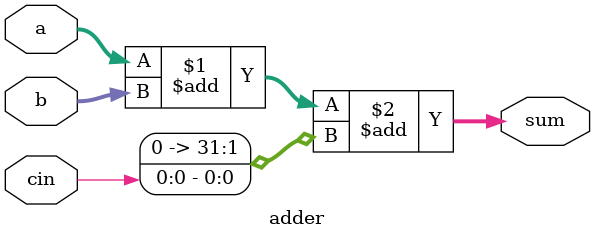
<source format=sv>

module adder (
        input logic [31:0] a, b,
        input logic 	   cin,
        output logic [31:0] sum
    );

assign sum = a + b + {31'b0, cin};


endmodule

</source>
